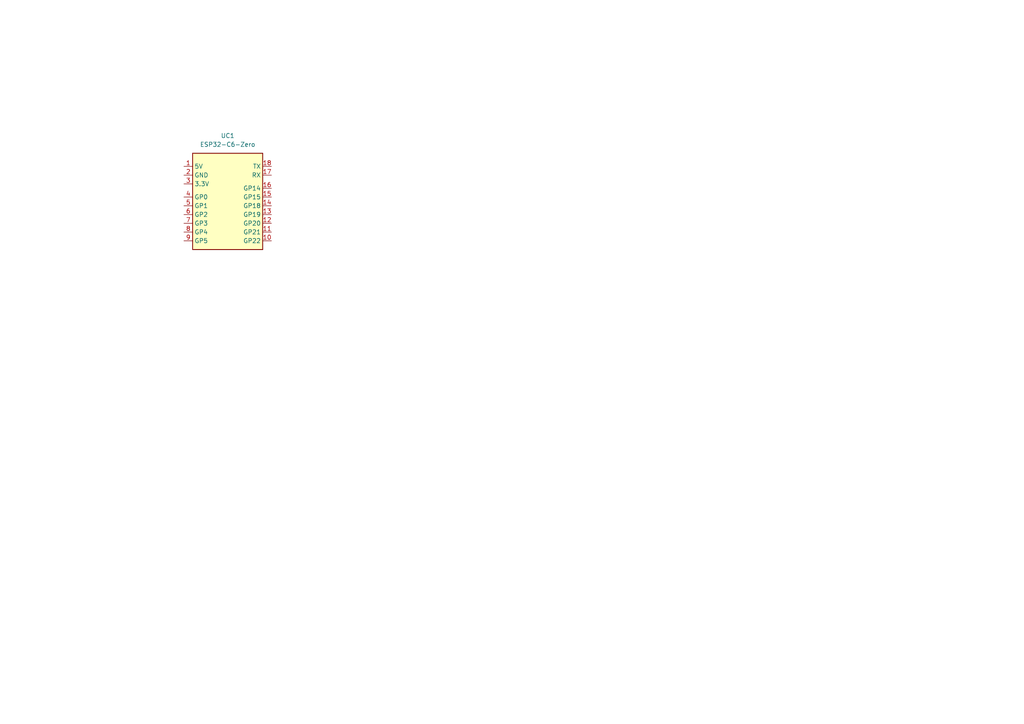
<source format=kicad_sch>
(kicad_sch (version 20231120) (generator "eeschema") (generator_version "8.0")
  (paper "A4")
  (lib_symbols
    (symbol "ESP32-C6-Zero:ESP32-C6-Zero"
      (property "Reference" "UC" (at 0 16.002 0))
      (property "Value" "ESP32-C6-Zero" (at 0 14.224 0))
      (symbol "ESP32-C6-Zero_0_1"
        (rectangle (start -10.16 13.97) (end 10.16 -13.97) (stroke (width 0.254)) (fill (type background)))
      )
      (symbol "ESP32-C6-Zero_1_0"
        (pin bidirectional line (at 12.7 -11.43 180) (length 2.54) (name "GP22") (number "10"))
        (pin bidirectional line (at 12.7 -8.89 180) (length 2.54) (name "GP21") (number "11"))
        (pin bidirectional line (at 12.7 -6.35 180) (length 2.54) (name "GP20") (number "12"))
        (pin bidirectional line (at 12.7 -3.81 180) (length 2.54) (name "GP19") (number "13"))
        (pin bidirectional line (at 12.7 -1.27 180) (length 2.54) (name "GP18") (number "14"))
        (pin bidirectional line (at 12.7 1.27 180) (length 2.54) (name "GP15") (number "15"))
        (pin bidirectional line (at 12.7 3.81 180) (length 2.54) (name "GP14") (number "16"))
        (pin input line (at 12.7 7.62 180) (length 2.54) (name "RX") (number "17"))
        (pin output line (at 12.7 10.16 180) (length 2.54) (name "TX") (number "18"))
        (pin bidirectional line (at -12.7 -3.81 0) (length 2.54) (name "GP2") (number "6"))
        (pin bidirectional line (at -12.7 -6.35 0) (length 2.54) (name "GP3") (number "7"))
        (pin bidirectional line (at -12.7 -8.89 0) (length 2.54) (name "GP4") (number "8"))
        (pin bidirectional line (at -12.7 -11.43 0) (length 2.54) (name "GP5") (number "9"))
      )
      (symbol "ESP32-C6-Zero_1_1"
        (pin bidirectional line (at -12.7 10.16 0) (length 2.54) (name "5V") (number "1"))
        (pin bidirectional line (at -12.7 7.62 0) (length 2.54) (name "GND") (number "2"))
        (pin power_out line (at -12.7 5.08 0) (length 2.54) (name "3.3V") (number "3"))
        (pin bidirectional line (at -12.7 1.27 0) (length 2.54) (name "GP0") (number "4"))
        (pin bidirectional line (at -12.7 -1.27 0) (length 2.54) (name "GP1") (number "5"))
      )
    )
  )
  (symbol (lib_id "ESP32-C6-Zero:ESP32-C6-Zero") (at 66.04 58.42 0) (unit 1)
    (property "Reference" "UC1" (at 66.04 39.37 0))
    (property "Value" "ESP32-C6-Zero" (at 66.04 41.91 0))
    (property "Footprint" "ESP32-C6-Zero:ESP32-C6-Zero-M" (effects (hide yes)))
    (property "Datasheet" "https://www.waveshare.com/wiki/ESP32-C6-Zero" (effects (hide yes)))
  )
)
</source>
